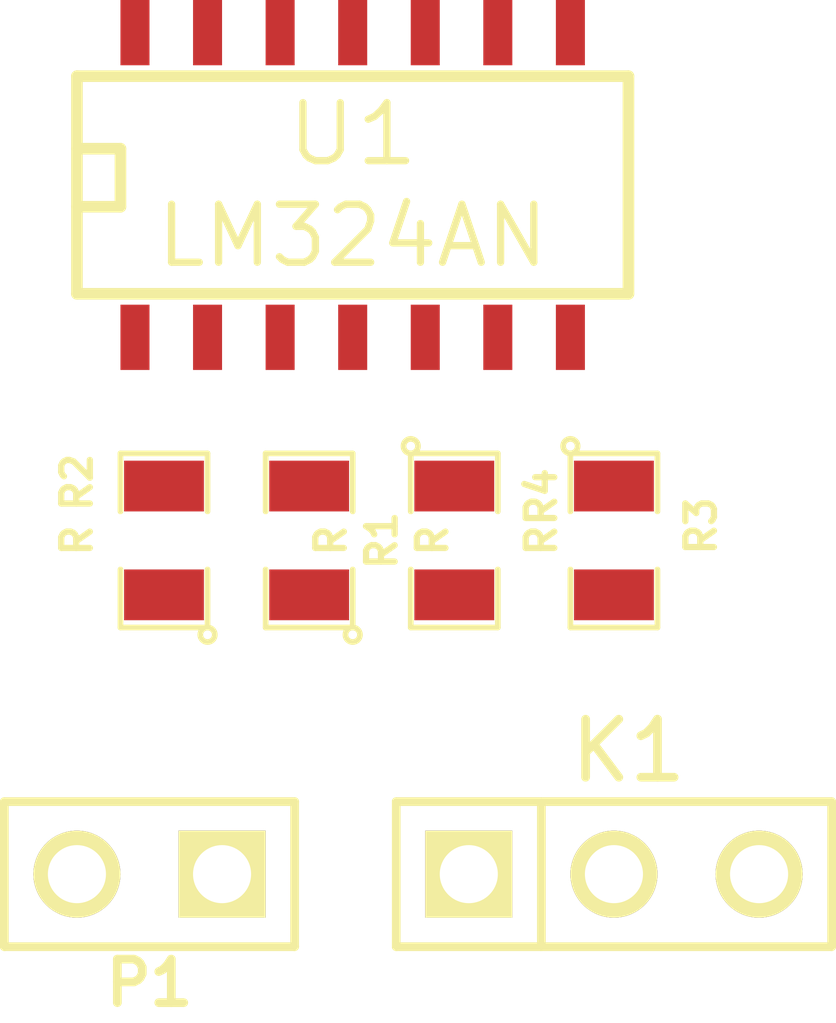
<source format=kicad_pcb>
(kicad_pcb (version 3) (host pcbnew "(2013-07-07 BZR 4022)-stable")

  (general
    (links 11)
    (no_connects 11)
    (area 96.469999 48.209999 116.890001 66.090001)
    (thickness 1.6)
    (drawings 0)
    (tracks 0)
    (zones 0)
    (modules 7)
    (nets 8)
  )

  (page A3)
  (layers
    (15 F.Cu signal)
    (0 B.Cu signal)
    (16 B.Adhes user)
    (17 F.Adhes user)
    (18 B.Paste user)
    (19 F.Paste user)
    (20 B.SilkS user)
    (21 F.SilkS user)
    (22 B.Mask user)
    (23 F.Mask user)
    (24 Dwgs.User user)
    (25 Cmts.User user)
    (26 Eco1.User user)
    (27 Eco2.User user)
    (28 Edge.Cuts user)
  )

  (setup
    (last_trace_width 0.254)
    (trace_clearance 0.254)
    (zone_clearance 0.508)
    (zone_45_only no)
    (trace_min 0.254)
    (segment_width 0.2)
    (edge_width 0.1)
    (via_size 0.889)
    (via_drill 0.635)
    (via_min_size 0.889)
    (via_min_drill 0.508)
    (uvia_size 0.508)
    (uvia_drill 0.127)
    (uvias_allowed no)
    (uvia_min_size 0.508)
    (uvia_min_drill 0.127)
    (pcb_text_width 0.3)
    (pcb_text_size 1.5 1.5)
    (mod_edge_width 0.15)
    (mod_text_size 1 1)
    (mod_text_width 0.15)
    (pad_size 1.5 1.5)
    (pad_drill 0.6)
    (pad_to_mask_clearance 0)
    (aux_axis_origin 0 0)
    (visible_elements 7FFFFFFF)
    (pcbplotparams
      (layerselection 15761409)
      (usegerberextensions true)
      (excludeedgelayer true)
      (linewidth 0.150000)
      (plotframeref false)
      (viasonmask false)
      (mode 1)
      (useauxorigin false)
      (hpglpennumber 1)
      (hpglpenspeed 20)
      (hpglpendiameter 15)
      (hpglpenoverlay 2)
      (psnegative false)
      (psa4output false)
      (plotreference true)
      (plotvalue true)
      (plotothertext true)
      (plotinvisibletext false)
      (padsonsilk false)
      (subtractmaskfromsilk false)
      (outputformat 1)
      (mirror false)
      (drillshape 0)
      (scaleselection 1)
      (outputdirectory ""))
  )

  (net 0 "")
  (net 1 N-000001)
  (net 2 N-000002)
  (net 3 N-000003)
  (net 4 N-000004)
  (net 5 N-000005)
  (net 6 N-000006)
  (net 7 N-000007)

  (net_class Default "This is the default net class."
    (clearance 0.254)
    (trace_width 0.254)
    (via_dia 0.889)
    (via_drill 0.635)
    (uvia_dia 0.508)
    (uvia_drill 0.127)
    (add_net "")
    (add_net N-000001)
    (add_net N-000002)
    (add_net N-000003)
    (add_net N-000004)
    (add_net N-000005)
    (add_net N-000006)
    (add_net N-000007)
  )

  (module SM0805 (layer F.Cu) (tedit 54CD87E5) (tstamp 54CD8279)
    (at 117.602 56.642 90)
    (path /54CD84FC)
    (attr smd)
    (fp_text reference R1 (at 0 1.27 90) (layer F.SilkS)
      (effects (font (size 0.50038 0.50038) (thickness 0.10922)))
    )
    (fp_text value R (at 0 0.381 90) (layer F.SilkS)
      (effects (font (size 0.50038 0.50038) (thickness 0.10922)))
    )
    (fp_circle (center -1.651 0.762) (end -1.651 0.635) (layer F.SilkS) (width 0.09906))
    (fp_line (start -0.508 0.762) (end -1.524 0.762) (layer F.SilkS) (width 0.09906))
    (fp_line (start -1.524 0.762) (end -1.524 -0.762) (layer F.SilkS) (width 0.09906))
    (fp_line (start -1.524 -0.762) (end -0.508 -0.762) (layer F.SilkS) (width 0.09906))
    (fp_line (start 0.508 -0.762) (end 1.524 -0.762) (layer F.SilkS) (width 0.09906))
    (fp_line (start 1.524 -0.762) (end 1.524 0.762) (layer F.SilkS) (width 0.09906))
    (fp_line (start 1.524 0.762) (end 0.508 0.762) (layer F.SilkS) (width 0.09906))
    (pad 1 smd rect (at -0.9525 0 90) (size 0.889 1.397)
      (layers F.Cu F.Paste F.Mask)
      (net 2 N-000002)
    )
    (pad 2 smd rect (at 0.9525 0 90) (size 0.889 1.397)
      (layers F.Cu F.Paste F.Mask)
      (net 6 N-000006)
    )
    (model smd/chip_cms.wrl
      (at (xyz 0 0 0))
      (scale (xyz 0.1 0.1 0.1))
      (rotate (xyz 0 0 0))
    )
  )

  (module PIN_ARRAY_2X1 (layer F.Cu) (tedit 4565C520) (tstamp 54CD8283)
    (at 114.808 62.484 180)
    (descr "Connecteurs 2 pins")
    (tags "CONN DEV")
    (path /54CD8029)
    (fp_text reference P1 (at 0 -1.905 180) (layer F.SilkS)
      (effects (font (size 0.762 0.762) (thickness 0.1524)))
    )
    (fp_text value CONN_2 (at 0 -1.905 180) (layer F.SilkS) hide
      (effects (font (size 0.762 0.762) (thickness 0.1524)))
    )
    (fp_line (start -2.54 1.27) (end -2.54 -1.27) (layer F.SilkS) (width 0.1524))
    (fp_line (start -2.54 -1.27) (end 2.54 -1.27) (layer F.SilkS) (width 0.1524))
    (fp_line (start 2.54 -1.27) (end 2.54 1.27) (layer F.SilkS) (width 0.1524))
    (fp_line (start 2.54 1.27) (end -2.54 1.27) (layer F.SilkS) (width 0.1524))
    (pad 1 thru_hole rect (at -1.27 0 180) (size 1.524 1.524) (drill 1.016)
      (layers *.Cu *.Mask F.SilkS)
      (net 2 N-000002)
    )
    (pad 2 thru_hole circle (at 1.27 0 180) (size 1.524 1.524) (drill 1.016)
      (layers *.Cu *.Mask F.SilkS)
      (net 3 N-000003)
    )
    (model pin_array/pins_array_2x1.wrl
      (at (xyz 0 0 0))
      (scale (xyz 1 1 1))
      (rotate (xyz 0 0 0))
    )
  )

  (module SO14E (layer F.Cu) (tedit 42806FBF) (tstamp 54CD8743)
    (at 118.364 50.292)
    (descr "module CMS SOJ 14 pins etroit")
    (tags "CMS SOJ")
    (path /54CD84C9)
    (attr smd)
    (fp_text reference U1 (at 0 -0.762) (layer F.SilkS)
      (effects (font (size 1.016 1.143) (thickness 0.127)))
    )
    (fp_text value LM324AN (at 0 1.016) (layer F.SilkS)
      (effects (font (size 1.016 1.016) (thickness 0.127)))
    )
    (fp_line (start -4.826 -1.778) (end 4.826 -1.778) (layer F.SilkS) (width 0.2032))
    (fp_line (start 4.826 -1.778) (end 4.826 2.032) (layer F.SilkS) (width 0.2032))
    (fp_line (start 4.826 2.032) (end -4.826 2.032) (layer F.SilkS) (width 0.2032))
    (fp_line (start -4.826 2.032) (end -4.826 -1.778) (layer F.SilkS) (width 0.2032))
    (fp_line (start -4.826 -0.508) (end -4.064 -0.508) (layer F.SilkS) (width 0.2032))
    (fp_line (start -4.064 -0.508) (end -4.064 0.508) (layer F.SilkS) (width 0.2032))
    (fp_line (start -4.064 0.508) (end -4.826 0.508) (layer F.SilkS) (width 0.2032))
    (pad 1 smd rect (at -3.81 2.794) (size 0.508 1.143)
      (layers F.Cu F.Paste F.Mask)
      (net 1 N-000001)
    )
    (pad 2 smd rect (at -2.54 2.794) (size 0.508 1.143)
      (layers F.Cu F.Paste F.Mask)
      (net 7 N-000007)
    )
    (pad 3 smd rect (at -1.27 2.794) (size 0.508 1.143)
      (layers F.Cu F.Paste F.Mask)
      (net 6 N-000006)
    )
    (pad 4 smd rect (at 0 2.794) (size 0.508 1.143)
      (layers F.Cu F.Paste F.Mask)
      (net 4 N-000004)
    )
    (pad 5 smd rect (at 1.27 2.794) (size 0.508 1.143)
      (layers F.Cu F.Paste F.Mask)
    )
    (pad 6 smd rect (at 2.54 2.794) (size 0.508 1.143)
      (layers F.Cu F.Paste F.Mask)
    )
    (pad 7 smd rect (at 3.81 2.794) (size 0.508 1.143)
      (layers F.Cu F.Paste F.Mask)
    )
    (pad 8 smd rect (at 3.81 -2.54) (size 0.508 1.143)
      (layers F.Cu F.Paste F.Mask)
    )
    (pad 9 smd rect (at 2.54 -2.54) (size 0.508 1.143)
      (layers F.Cu F.Paste F.Mask)
    )
    (pad 10 smd rect (at 1.27 -2.54) (size 0.508 1.143)
      (layers F.Cu F.Paste F.Mask)
    )
    (pad 11 smd rect (at 0 -2.54) (size 0.508 1.143)
      (layers F.Cu F.Paste F.Mask)
      (net 5 N-000005)
    )
    (pad 12 smd rect (at -1.27 -2.54) (size 0.508 1.143)
      (layers F.Cu F.Paste F.Mask)
    )
    (pad 13 smd rect (at -2.54 -2.54) (size 0.508 1.143)
      (layers F.Cu F.Paste F.Mask)
    )
    (pad 14 smd rect (at -3.81 -2.54) (size 0.508 1.143)
      (layers F.Cu F.Paste F.Mask)
    )
    (model smd/cms_so14.wrl
      (at (xyz 0 0 0))
      (scale (xyz 0.5 0.3 0.5))
      (rotate (xyz 0 0 0))
    )
  )

  (module SM0805 (layer F.Cu) (tedit 54CD8810) (tstamp 54CD8750)
    (at 120.142 56.642 270)
    (path /54CD84D8)
    (attr smd)
    (fp_text reference R4 (at -0.762 -1.524 270) (layer F.SilkS)
      (effects (font (size 0.50038 0.50038) (thickness 0.10922)))
    )
    (fp_text value R (at 0 0.381 270) (layer F.SilkS)
      (effects (font (size 0.50038 0.50038) (thickness 0.10922)))
    )
    (fp_circle (center -1.651 0.762) (end -1.651 0.635) (layer F.SilkS) (width 0.09906))
    (fp_line (start -0.508 0.762) (end -1.524 0.762) (layer F.SilkS) (width 0.09906))
    (fp_line (start -1.524 0.762) (end -1.524 -0.762) (layer F.SilkS) (width 0.09906))
    (fp_line (start -1.524 -0.762) (end -0.508 -0.762) (layer F.SilkS) (width 0.09906))
    (fp_line (start 0.508 -0.762) (end 1.524 -0.762) (layer F.SilkS) (width 0.09906))
    (fp_line (start 1.524 -0.762) (end 1.524 0.762) (layer F.SilkS) (width 0.09906))
    (fp_line (start 1.524 0.762) (end 0.508 0.762) (layer F.SilkS) (width 0.09906))
    (pad 1 smd rect (at -0.9525 0 270) (size 0.889 1.397)
      (layers F.Cu F.Paste F.Mask)
      (net 6 N-000006)
    )
    (pad 2 smd rect (at 0.9525 0 270) (size 0.889 1.397)
      (layers F.Cu F.Paste F.Mask)
      (net 1 N-000001)
    )
    (model smd/chip_cms.wrl
      (at (xyz 0 0 0))
      (scale (xyz 0.1 0.1 0.1))
      (rotate (xyz 0 0 0))
    )
  )

  (module SM0805 (layer F.Cu) (tedit 54CD8853) (tstamp 54CD875D)
    (at 122.936 56.642 270)
    (path /54CD84ED)
    (attr smd)
    (fp_text reference R3 (at -0.254 -1.524 270) (layer F.SilkS)
      (effects (font (size 0.50038 0.50038) (thickness 0.10922)))
    )
    (fp_text value R (at 0 1.27 270) (layer F.SilkS)
      (effects (font (size 0.50038 0.50038) (thickness 0.10922)))
    )
    (fp_circle (center -1.651 0.762) (end -1.651 0.635) (layer F.SilkS) (width 0.09906))
    (fp_line (start -0.508 0.762) (end -1.524 0.762) (layer F.SilkS) (width 0.09906))
    (fp_line (start -1.524 0.762) (end -1.524 -0.762) (layer F.SilkS) (width 0.09906))
    (fp_line (start -1.524 -0.762) (end -0.508 -0.762) (layer F.SilkS) (width 0.09906))
    (fp_line (start 0.508 -0.762) (end 1.524 -0.762) (layer F.SilkS) (width 0.09906))
    (fp_line (start 1.524 -0.762) (end 1.524 0.762) (layer F.SilkS) (width 0.09906))
    (fp_line (start 1.524 0.762) (end 0.508 0.762) (layer F.SilkS) (width 0.09906))
    (pad 1 smd rect (at -0.9525 0 270) (size 0.889 1.397)
      (layers F.Cu F.Paste F.Mask)
      (net 7 N-000007)
    )
    (pad 2 smd rect (at 0.9525 0 270) (size 0.889 1.397)
      (layers F.Cu F.Paste F.Mask)
      (net 1 N-000001)
    )
    (model smd/chip_cms.wrl
      (at (xyz 0 0 0))
      (scale (xyz 0.1 0.1 0.1))
      (rotate (xyz 0 0 0))
    )
  )

  (module SM0805 (layer F.Cu) (tedit 54CD87F8) (tstamp 54CD876A)
    (at 115.062 56.642 90)
    (path /54CD850B)
    (attr smd)
    (fp_text reference R2 (at 1.016 -1.524 90) (layer F.SilkS)
      (effects (font (size 0.50038 0.50038) (thickness 0.10922)))
    )
    (fp_text value R (at 0 -1.524 90) (layer F.SilkS)
      (effects (font (size 0.50038 0.50038) (thickness 0.10922)))
    )
    (fp_circle (center -1.651 0.762) (end -1.651 0.635) (layer F.SilkS) (width 0.09906))
    (fp_line (start -0.508 0.762) (end -1.524 0.762) (layer F.SilkS) (width 0.09906))
    (fp_line (start -1.524 0.762) (end -1.524 -0.762) (layer F.SilkS) (width 0.09906))
    (fp_line (start -1.524 -0.762) (end -0.508 -0.762) (layer F.SilkS) (width 0.09906))
    (fp_line (start 0.508 -0.762) (end 1.524 -0.762) (layer F.SilkS) (width 0.09906))
    (fp_line (start 1.524 -0.762) (end 1.524 0.762) (layer F.SilkS) (width 0.09906))
    (fp_line (start 1.524 0.762) (end 0.508 0.762) (layer F.SilkS) (width 0.09906))
    (pad 1 smd rect (at -0.9525 0 90) (size 0.889 1.397)
      (layers F.Cu F.Paste F.Mask)
      (net 3 N-000003)
    )
    (pad 2 smd rect (at 0.9525 0 90) (size 0.889 1.397)
      (layers F.Cu F.Paste F.Mask)
      (net 7 N-000007)
    )
    (model smd/chip_cms.wrl
      (at (xyz 0 0 0))
      (scale (xyz 0.1 0.1 0.1))
      (rotate (xyz 0 0 0))
    )
  )

  (module PIN_ARRAY_3X1 (layer F.Cu) (tedit 4C1130E0) (tstamp 54CD8776)
    (at 122.936 62.484)
    (descr "Connecteur 3 pins")
    (tags "CONN DEV")
    (path /54CD862D)
    (fp_text reference K1 (at 0.254 -2.159) (layer F.SilkS)
      (effects (font (size 1.016 1.016) (thickness 0.1524)))
    )
    (fp_text value CONN_3 (at 0 -2.159) (layer F.SilkS) hide
      (effects (font (size 1.016 1.016) (thickness 0.1524)))
    )
    (fp_line (start -3.81 1.27) (end -3.81 -1.27) (layer F.SilkS) (width 0.1524))
    (fp_line (start -3.81 -1.27) (end 3.81 -1.27) (layer F.SilkS) (width 0.1524))
    (fp_line (start 3.81 -1.27) (end 3.81 1.27) (layer F.SilkS) (width 0.1524))
    (fp_line (start 3.81 1.27) (end -3.81 1.27) (layer F.SilkS) (width 0.1524))
    (fp_line (start -1.27 -1.27) (end -1.27 1.27) (layer F.SilkS) (width 0.1524))
    (pad 1 thru_hole rect (at -2.54 0) (size 1.524 1.524) (drill 1.016)
      (layers *.Cu *.Mask F.SilkS)
      (net 4 N-000004)
    )
    (pad 2 thru_hole circle (at 0 0) (size 1.524 1.524) (drill 1.016)
      (layers *.Cu *.Mask F.SilkS)
      (net 1 N-000001)
    )
    (pad 3 thru_hole circle (at 2.54 0) (size 1.524 1.524) (drill 1.016)
      (layers *.Cu *.Mask F.SilkS)
      (net 5 N-000005)
    )
    (model pin_array/pins_array_3x1.wrl
      (at (xyz 0 0 0))
      (scale (xyz 1 1 1))
      (rotate (xyz 0 0 0))
    )
  )

)

</source>
